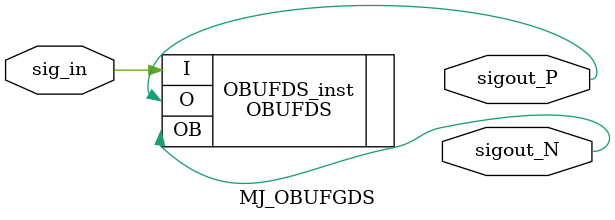
<source format=v>
`timescale 1ns / 1ps


module MJ_OBUFGDS(
    input sig_in,
    output sigout_P,
    output sigout_N
    );
    
    OBUFDS #(
       .IOSTANDARD("DEFAULT"), // Specify the output I/O standard
       .SLEW("FAST")           // Specify the output slew rate
    ) OBUFDS_inst (
       .O(sigout_P),     // Diff_p output (connect directly to top-level port)
       .OB(sigout_N),   // Diff_n output (connect directly to top-level port)
       .I(sig_in)      // Buffer input 
    );   
    
    
endmodule

</source>
